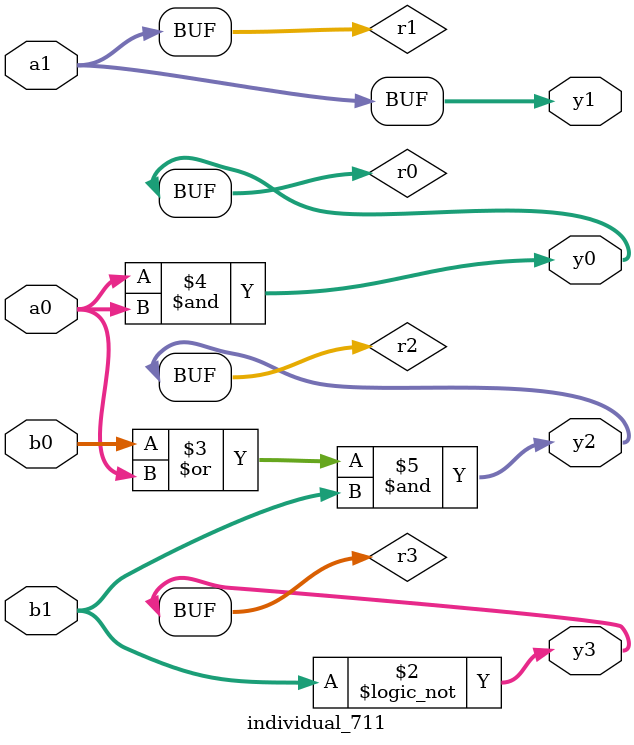
<source format=sv>
module individual_711(input logic [15:0] a1, input logic [15:0] a0, input logic [15:0] b1, input logic [15:0] b0, output logic [15:0] y3, output logic [15:0] y2, output logic [15:0] y1, output logic [15:0] y0);
logic [15:0] r0, r1, r2, r3; 
 always@(*) begin 
	 r0 = a0; r1 = a1; r2 = b0; r3 = b1; 
 	 r3 = ! r3 ;
 	 r2  |=  a0 ;
 	 r0  &=  a0 ;
 	 r2  &=  b1 ;
 	 y3 = r3; y2 = r2; y1 = r1; y0 = r0; 
end
endmodule
</source>
